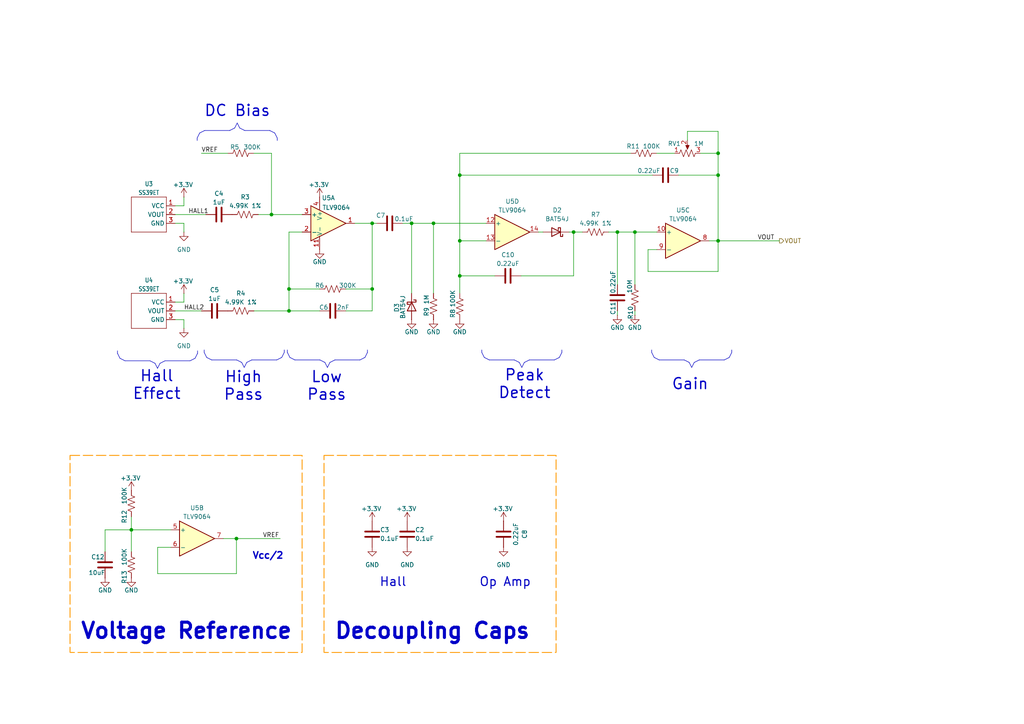
<source format=kicad_sch>
(kicad_sch (version 20250114) (generator "eeschema") (generator_version "9.0")
  (paper "A4")
  (lib_symbols
    (symbol "Amplifier_Operational:TLV9064" (pin_names (offset 0.127))
      (property "Reference" "U" (at 0 5.08 0))
      (property "Value" "TLV9064" (at 0 -5.08 0))
      (symbol "TLV9064_1_1"
        (polyline (pts (xy -5.08 5.08) (xy 5.08 0) (xy -5.08 -5.08) (xy -5.08 5.08)) (stroke (width 0.254)) (fill (type background)))
        (pin input line (at -7.62 2.54 0) (length 2.54) (name "+") (number "3"))
        (pin input line (at -7.62 -2.54 0) (length 2.54) (name "-") (number "2"))
        (pin output line (at 7.62 0 180) (length 2.54) (name "~") (number "1"))
      )
      (symbol "TLV9064_2_1"
        (polyline (pts (xy -5.08 5.08) (xy 5.08 0) (xy -5.08 -5.08) (xy -5.08 5.08)) (stroke (width 0.254)) (fill (type background)))
        (pin input line (at -7.62 2.54 0) (length 2.54) (name "+") (number "5"))
        (pin input line (at -7.62 -2.54 0) (length 2.54) (name "-") (number "6"))
        (pin output line (at 7.62 0 180) (length 2.54) (name "~") (number "7"))
      )
      (symbol "TLV9064_3_1"
        (polyline (pts (xy -5.08 5.08) (xy 5.08 0) (xy -5.08 -5.08) (xy -5.08 5.08)) (stroke (width 0.254)) (fill (type background)))
        (pin input line (at -7.62 2.54 0) (length 2.54) (name "+") (number "10"))
        (pin input line (at -7.62 -2.54 0) (length 2.54) (name "-") (number "9"))
        (pin output line (at 7.62 0 180) (length 2.54) (name "~") (number "8"))
      )
      (symbol "TLV9064_4_1"
        (polyline (pts (xy -5.08 5.08) (xy 5.08 0) (xy -5.08 -5.08) (xy -5.08 5.08)) (stroke (width 0.254)) (fill (type background)))
        (pin input line (at -7.62 2.54 0) (length 2.54) (name "+") (number "12"))
        (pin input line (at -7.62 -2.54 0) (length 2.54) (name "-") (number "13"))
        (pin output line (at 7.62 0 180) (length 2.54) (name "~") (number "14"))
      )
      (symbol "TLV9064_5_1"
        (pin power_in line (at -2.54 7.62 270) (length 3.81) (name "V+") (number "4"))
        (pin power_in line (at -2.54 -7.62 90) (length 3.81) (name "V-") (number "11"))
      )
    )
    (symbol "CRG Makes:A1324"
      (property "Reference" "U" (at 0 6.3516 0))
      (symbol "A1324_1_0"
        (polyline (pts (xy -5.08 5.08) (xy -5.08 -5.08)) (stroke (width 0.1524)))
        (polyline (pts (xy -5.08 -5.08) (xy 5.08 -5.08)) (stroke (width 0.1524)))
        (polyline (pts (xy 5.08 5.08) (xy -5.08 5.08)) (stroke (width 0.1524)))
        (polyline (pts (xy 5.08 -5.08) (xy 5.08 5.08)) (stroke (width 0.1524)))
        (pin power_in line (at 7.62 2.54 180) (length 2.54) (name "VCC") (number "1"))
        (pin output line (at 7.62 0 180) (length 2.54) (name "VOUT") (number "2"))
        (pin passive line (at 7.62 -2.54 180) (length 2.54) (name "GND") (number "3"))
      )
    )
    (symbol "Device:C" (pin_numbers (hide yes)) (pin_names (offset 0.254))
      (property "Reference" "C" (at 0.635 2.54 0))
      (property "Value" "C" (at 0.635 -2.54 0))
      (symbol "C_0_1"
        (polyline (pts (xy -2.032 0.762) (xy 2.032 0.762)) (stroke (width 0.508)))
        (polyline (pts (xy -2.032 -0.762) (xy 2.032 -0.762)) (stroke (width 0.508)))
      )
      (symbol "C_1_1"
        (pin passive line (at 0 3.81 270) (length 2.794) (name "~") (number "1"))
        (pin passive line (at 0 -3.81 90) (length 2.794) (name "~") (number "2"))
      )
    )
    (symbol "Device:R_Potentiometer_US" (pin_names (offset 1.016) (hide yes))
      (property "Reference" "RV" (at -4.445 0 90))
      (property "Value" "R_Potentiometer_US" (at -2.54 0 90))
      (symbol "R_Potentiometer_US_0_1"
        (polyline (pts (xy 0 2.54) (xy 0 2.286)))
        (polyline (pts (xy 0 2.286) (xy 1.016 1.905) (xy 0 1.524) (xy -1.016 1.143) (xy 0 0.762)))
        (polyline (pts (xy 0 0.762) (xy 1.016 0.381) (xy 0 0) (xy -1.016 -0.381) (xy 0 -0.762)))
        (polyline (pts (xy 0 -0.762) (xy 1.016 -1.143) (xy 0 -1.524) (xy -1.016 -1.905) (xy 0 -2.286)))
        (polyline (pts (xy 0 -2.286) (xy 0 -2.54)))
        (polyline (pts (xy 1.143 0) (xy 2.286 0.508) (xy 2.286 -0.508) (xy 1.143 0)) (fill (type outline)))
        (polyline (pts (xy 2.54 0) (xy 1.524 0)))
      )
      (symbol "R_Potentiometer_US_1_1"
        (pin passive line (at 0 3.81 270) (length 1.27) (name "1") (number "1"))
        (pin passive line (at 0 -3.81 90) (length 1.27) (name "3") (number "3"))
        (pin passive line (at 3.81 0 180) (length 1.27) (name "2") (number "2"))
      )
    )
    (symbol "Device:R_US" (pin_numbers (hide yes)) (pin_names (offset 0))
      (property "Reference" "R" (at 2.54 0 90))
      (property "Value" "R_US" (at -2.54 0 90))
      (symbol "R_US_0_1"
        (polyline (pts (xy 0 2.286) (xy 0 2.54)))
        (polyline (pts (xy 0 2.286) (xy 1.016 1.905) (xy 0 1.524) (xy -1.016 1.143) (xy 0 0.762)))
        (polyline (pts (xy 0 0.762) (xy 1.016 0.381) (xy 0 0) (xy -1.016 -0.381) (xy 0 -0.762)))
        (polyline (pts (xy 0 -0.762) (xy 1.016 -1.143) (xy 0 -1.524) (xy -1.016 -1.905) (xy 0 -2.286)))
        (polyline (pts (xy 0 -2.286) (xy 0 -2.54)))
      )
      (symbol "R_US_1_1"
        (pin passive line (at 0 3.81 270) (length 1.27) (name "~") (number "1"))
        (pin passive line (at 0 -3.81 90) (length 1.27) (name "~") (number "2"))
      )
    )
    (symbol "Diode:BAT54J" (pin_numbers (hide yes)) (pin_names (offset 1.016) (hide yes))
      (property "Reference" "D" (at 0 2.54 0))
      (property "Value" "BAT54J" (at 0 -2.54 0))
      (symbol "BAT54J_0_1"
        (polyline (pts (xy -1.905 0.635) (xy -1.905 1.27) (xy -1.27 1.27) (xy -1.27 -1.27) (xy -0.635 -1.27) (xy -0.635 -0.635)) (stroke (width 0.254)))
        (polyline (pts (xy 1.27 1.27) (xy 1.27 -1.27) (xy -1.27 0) (xy 1.27 1.27)) (stroke (width 0.254)))
        (polyline (pts (xy 1.27 0) (xy -1.27 0)))
      )
      (symbol "BAT54J_1_1"
        (pin passive line (at -3.81 0 0) (length 2.54) (name "K") (number "1"))
        (pin passive line (at 3.81 0 180) (length 2.54) (name "A") (number "2"))
      )
    )
    (symbol "power:+3.3V" (power) (pin_numbers (hide yes)) (pin_names (offset 0) (hide yes))
      (property "Value" "+3.3V" (at 0 3.556 0))
      (symbol "+3.3V_0_1"
        (polyline (pts (xy -0.762 1.27) (xy 0 2.54)))
        (polyline (pts (xy 0 2.54) (xy 0.762 1.27)))
        (polyline (pts (xy 0 0) (xy 0 2.54)))
      )
      (symbol "+3.3V_1_1"
        (pin power_in line (at 0 0 90) (length 0) (name "~") (number "1"))
      )
    )
    (symbol "power:GND" (power) (pin_numbers (hide yes)) (pin_names (offset 0) (hide yes))
      (property "Value" "GND" (at 0 -3.81 0))
      (symbol "GND_0_1"
        (polyline (pts (xy 0 0) (xy 0 -1.27) (xy 1.27 -1.27) (xy 0 -2.54) (xy -1.27 -1.27) (xy 0 -1.27)))
      )
      (symbol "GND_1_1"
        (pin power_in line (at 0 0 270) (length 0) (name "~") (number "1"))
      )
    )
  )
  (rectangle (start 93.98 132.08) (end 161.29 189.23) (stroke (width 0.254) (type dash) (color 255 153 0 1)))
  (rectangle (start 20.32 132.08) (end 87.63 189.23) (stroke (width 0.254) (type dash) (color 255 153 0 1)))
  (text "High\nPass" (at 70.612 112.014 0) (effects (font (size 3.175 3.175) (thickness 0.3969))))
  (text "Hall\nEffect" (at 45.466 111.76 0) (effects (font (size 3.175 3.175) (thickness 0.3969))))
  (text "}" (at 67.564 38.1 90) (effects (font (size 15.24 15.24))))
  (text "DC Bias" (at 68.834 32.258 0) (effects (font (size 3.175 3.175) (thickness 0.3969))))
  (text "{" (at 44.45 104.902 90) (effects (font (size 15.24 15.24))))
  (text "{" (at 150.114 104.648 90) (effects (font (size 15.24 15.24))))
  (text "Gain" (at 200.152 111.506 0) (effects (font (size 3.175 3.175) (thickness 0.3969))))
  (text "Low\nPass" (at 94.742 112.014 0) (effects (font (size 3.175 3.175) (thickness 0.3969))))
  (text "Op Amp" (at 138.938 168.91 0) (effects (font (size 2.54 2.54) (thickness 0.3175)) (justify left)))
  (text "{" (at 93.726 104.648 90) (effects (font (size 15.24 15.24))))
  (text "{" (at 69.596 104.648 90) (effects (font (size 15.24 15.24))))
  (text "{" (at 199.39 104.648 90) (effects (font (size 15.24 15.24))))
  (text "Vcc/2" (at 77.724 161.29 0) (effects (font (size 1.905 1.905) (thickness 0.3969))))
  (text "Decoupling Caps" (at 96.774 183.134 0) (effects (font (size 4.445 4.445) (thickness 0.889) (bold yes)) (justify left)))
  (text "Voltage Reference" (at 23.114 183.134 0) (effects (font (size 4.445 4.445) (thickness 0.889) (bold yes)) (justify left)))
  (text "Peak\nDetect" (at 152.146 111.506 0) (effects (font (size 3.175 3.175) (thickness 0.3969))))
  (text "Hall" (at 109.982 168.91 0) (effects (font (size 2.54 2.54) (thickness 0.3175)) (justify left)))
  (junction (at 125.73 64.77))
  (junction (at 119.38 64.77))
  (junction (at 208.28 69.85))
  (junction (at 179.07 67.31))
  (junction (at 38.1 153.67))
  (junction (at 184.15 67.31))
  (junction (at 83.82 83.82))
  (junction (at 83.82 90.17))
  (junction (at 133.35 69.85))
  (junction (at 107.95 64.77))
  (junction (at 78.74 62.23))
  (junction (at 133.35 80.01))
  (junction (at 166.37 67.31))
  (junction (at 133.35 50.8))
  (junction (at 107.95 83.82))
  (junction (at 68.58 156.21))
  (junction (at 208.28 44.45))
  (junction (at 208.28 50.8))
  (wire (pts (xy 107.95 83.82) (xy 107.95 64.77)))
  (wire (pts (xy 133.35 69.85) (xy 140.97 69.85)))
  (wire (pts (xy 133.35 44.45) (xy 133.35 50.8)))
  (wire (pts (xy 83.82 83.82) (xy 83.82 90.17)))
  (wire (pts (xy 50.8 90.17) (xy 58.42 90.17)))
  (wire (pts (xy 116.84 64.77) (xy 119.38 64.77)))
  (wire (pts (xy 50.8 59.69) (xy 53.34 59.69)))
  (wire (pts (xy 38.1 153.67) (xy 38.1 160.02)))
  (wire (pts (xy 83.82 67.31) (xy 87.63 67.31)))
  (wire (pts (xy 125.73 64.77) (xy 140.97 64.77)))
  (wire (pts (xy 50.8 87.63) (xy 53.34 87.63)))
  (wire (pts (xy 179.07 67.31) (xy 179.07 82.55)))
  (wire (pts (xy 49.53 153.67) (xy 38.1 153.67)))
  (wire (pts (xy 168.91 67.31) (xy 166.37 67.31)))
  (wire (pts (xy 53.34 92.71) (xy 53.34 95.25)))
  (wire (pts (xy 176.53 67.31) (xy 179.07 67.31)))
  (wire (pts (xy 179.07 67.31) (xy 184.15 67.31)))
  (wire (pts (xy 102.87 64.77) (xy 107.95 64.77)))
  (wire (pts (xy 208.28 78.74) (xy 208.28 69.85)))
  (wire (pts (xy 53.34 64.77) (xy 53.34 67.31)))
  (wire (pts (xy 151.13 80.01) (xy 166.37 80.01)))
  (wire (pts (xy 184.15 67.31) (xy 184.15 82.55)))
  (wire (pts (xy 107.95 64.77) (xy 109.22 64.77)))
  (wire (pts (xy 83.82 67.31) (xy 83.82 83.82)))
  (wire (pts (xy 119.38 64.77) (xy 125.73 64.77)))
  (wire (pts (xy 45.72 166.37) (xy 68.58 166.37)))
  (wire (pts (xy 190.5 72.39) (xy 187.96 72.39)))
  (wire (pts (xy 133.35 50.8) (xy 133.35 69.85)))
  (wire (pts (xy 64.77 156.21) (xy 68.58 156.21)))
  (wire (pts (xy 196.85 50.8) (xy 208.28 50.8)))
  (wire (pts (xy 199.39 40.64) (xy 199.39 38.1)))
  (wire (pts (xy 208.28 38.1) (xy 208.28 44.45)))
  (wire (pts (xy 107.95 83.82) (xy 107.95 90.17)))
  (wire (pts (xy 190.5 44.45) (xy 195.58 44.45)))
  (wire (pts (xy 187.96 72.39) (xy 187.96 78.74)))
  (wire (pts (xy 100.33 90.17) (xy 107.95 90.17)))
  (wire (pts (xy 78.74 44.45) (xy 78.74 62.23)))
  (wire (pts (xy 100.33 83.82) (xy 107.95 83.82)))
  (wire (pts (xy 73.66 90.17) (xy 83.82 90.17)))
  (wire (pts (xy 166.37 67.31) (xy 166.37 80.01)))
  (wire (pts (xy 78.74 62.23) (xy 87.63 62.23)))
  (wire (pts (xy 74.93 62.23) (xy 78.74 62.23)))
  (wire (pts (xy 30.48 153.67) (xy 38.1 153.67)))
  (wire (pts (xy 38.1 149.86) (xy 38.1 153.67)))
  (wire (pts (xy 119.38 64.77) (xy 119.38 85.09)))
  (wire (pts (xy 133.35 69.85) (xy 133.35 80.01)))
  (wire (pts (xy 133.35 80.01) (xy 143.51 80.01)))
  (wire (pts (xy 53.34 87.63) (xy 53.34 85.09)))
  (wire (pts (xy 53.34 59.69) (xy 53.34 57.15)))
  (wire (pts (xy 83.82 83.82) (xy 92.71 83.82)))
  (wire (pts (xy 68.58 156.21) (xy 81.28 156.21)))
  (wire (pts (xy 184.15 91.44) (xy 184.15 90.17)))
  (wire (pts (xy 208.28 44.45) (xy 208.28 50.8)))
  (wire (pts (xy 205.74 69.85) (xy 208.28 69.85)))
  (wire (pts (xy 179.07 90.17) (xy 179.07 91.44)))
  (wire (pts (xy 45.72 158.75) (xy 45.72 166.37)))
  (wire (pts (xy 184.15 67.31) (xy 190.5 67.31)))
  (wire (pts (xy 165.1 67.31) (xy 166.37 67.31)))
  (wire (pts (xy 68.58 156.21) (xy 68.58 166.37)))
  (wire (pts (xy 50.8 92.71) (xy 53.34 92.71)))
  (wire (pts (xy 199.39 38.1) (xy 208.28 38.1)))
  (wire (pts (xy 73.66 44.45) (xy 78.74 44.45)))
  (wire (pts (xy 156.21 67.31) (xy 157.48 67.31)))
  (wire (pts (xy 50.8 64.77) (xy 53.34 64.77)))
  (wire (pts (xy 50.8 62.23) (xy 59.69 62.23)))
  (wire (pts (xy 125.73 64.77) (xy 125.73 85.09)))
  (wire (pts (xy 208.28 69.85) (xy 226.06 69.85)))
  (wire (pts (xy 189.23 50.8) (xy 133.35 50.8)))
  (wire (pts (xy 30.48 160.02) (xy 30.48 153.67)))
  (wire (pts (xy 133.35 80.01) (xy 133.35 85.09)))
  (wire (pts (xy 133.35 44.45) (xy 182.88 44.45)))
  (wire (pts (xy 58.42 44.45) (xy 66.04 44.45)))
  (wire (pts (xy 92.71 90.17) (xy 83.82 90.17)))
  (wire (pts (xy 203.2 44.45) (xy 208.28 44.45)))
  (wire (pts (xy 208.28 50.8) (xy 208.28 69.85)))
  (wire (pts (xy 49.53 158.75) (xy 45.72 158.75)))
  (wire (pts (xy 187.96 78.74) (xy 208.28 78.74)))
  (label "VREF" (at 76.2 156.21 0))
  (label "HALL2" (at 53.34 90.17 0))
  (label "VREF" (at 58.42 44.45 0))
  (label "VOUT" (at 219.71 69.85 0))
  (label "HALL1" (at 54.61 62.23 0))
  (hierarchical_label "VOUT" (shape output) (at 226.06 69.85 0))
  (symbol (lib_id "Device:C") (at 113.03 64.77 90) (unit 1)
    (property "Reference" "C7" (at 111.76 62.484 90) (effects (justify left)))
    (property "Value" "0.1uF" (at 119.888 63.5 90) (effects (justify left)))
    (property "Footprint" "Capacitor_SMD:C_0603_1608Metric" (effects (hide yes)))
    (property "Description" "16V 100nF X7R ±10% 0603 Multilayer Ceramic Capacitors MLCC" (effects (hide yes)))
    (property "MN" "Samsung" (effects (hide yes)))
    (property "MPN" "CL10B104KO8NNNC" (effects (hide yes)))
    (property "LCSC" "C66501" (effects (hide yes)))
  )
  (symbol (lib_id "power:+3.3V") (at 92.71 57.15 0) (unit 1)
    (property "Reference" "#PWR031" (effects (hide yes)))
    (property "Value" "+3.3V" (at 92.456 53.594 0))
    (property "Description" "Power symbol creates a global label with name \"+3.3V\"" (effects (hide yes)))
  )
  (symbol (lib_id "Device:C") (at 62.23 90.17 90) (unit 1)
    (property "Reference" "C5" (at 62.23 84.074 90))
    (property "Value" "1uF" (at 62.23 86.614 90))
    (property "Footprint" "Capacitor_SMD:C_0603_1608Metric" (effects (hide yes)))
    (property "Description" "16V 1uF X7R ±10% 0603 Multilayer Ceramic Capacitors MLCC" (effects (hide yes)))
    (property "MN" "HRE" (effects (hide yes)))
    (property "MPN" "CGA0603X5R105K160JT" (effects (hide yes)))
    (property "ALT_MN" "Samsung" (effects (hide yes)))
    (property "ALT_MPN" "CL10B105KO8NNNC" (effects (hide yes)))
    (property "Digikey" "1276-1019-2-ND " (effects (hide yes)))
    (property "Mouser" "187-CL10B105KO8NNNC" (effects (hide yes)))
    (property "LCSC" "C6119849" (effects (hide yes)))
  )
  (symbol (lib_id "Amplifier_Operational:TLV9064") (at 148.59 67.31 0) (unit 4)
    (property "Reference" "U5" (at 148.59 58.42 0))
    (property "Value" "TLV9064" (at 148.59 60.96 0))
    (property "Footprint" "Package_SO:SOIC-14_3.9x8.7mm_P1.27mm" (effects (hide yes)))
    (property "Datasheet" "https://www.ti.com/lit/ds/symlink/tlv9064.pdf" (effects (hide yes)))
    (property "Description" "Quad Rail-to-Rail, Operational Amplifiers, 10MHz, SOIC-14/TSSOP-14" (effects (hide yes)))
    (property "MN" "TI" (effects (hide yes)))
    (property "MPN" "TLV9064IDR" (effects (hide yes)))
    (property "Mouser" "595-TLV9064IDR" (effects (hide yes)))
    (property "Digikey" "296-47549-2-ND" (effects (hide yes)))
    (property "LCSC" "C388176" (effects (hide yes)))
  )
  (symbol (lib_id "CRG Makes:A1324") (at 43.18 62.23 0) (unit 1)
    (property "Reference" "U3" (at 43.18 53.34 0) (effects (font (size 1.2702 1.0796))))
    (property "Value" "SS39ET" (at 43.18 55.88 0) (effects (font (size 1.2717 1.0809))))
    (property "Footprint" "Package_TO_SOT_SMD:SOT-23" (effects (hide yes)))
    (property "Datasheet" "https://www.mouser.com/datasheet/2/187/HWSC_S_A0012826248_1-3073340.pdf" (effects (hide yes)))
    (property "Description" "SENSOR HALL EFFECT ANALOG SOT23" (effects (hide yes)))
    (property "MN" "Honeywell" (effects (hide yes)))
    (property "MPN" "SS39ET" (effects (hide yes)))
    (property "Mouser" "785-SS39ET" (effects (hide yes)))
    (property "Digikey" "480-3845-2-ND" (effects (hide yes)))
    (property "LCSC" "C126669" (effects (hide yes)))
  )
  (symbol (lib_id "Device:R_US") (at 38.1 163.83 0) (unit 1)
    (property "Reference" "R13" (at 36.068 167.386 90))
    (property "Value" "100K" (at 36.068 161.544 90))
    (property "Footprint" "Resistor_SMD:R_0603_1608Metric" (effects (hide yes)))
    (property "Description" "100mW Thick Film Resistors 75V ±100ppm/℃ ±1% 100kΩ 0603 Chip Resistor" (effects (hide yes)))
    (property "MPN" "FRC0603F1003TS" (effects (hide yes)))
    (property "MN" "FOJAN" (effects (hide yes)))
    (property "LCSC" "C2906980" (effects (hide yes)))
    (property "ALT_LCSC" "C3016388" (effects (hide yes)))
  )
  (symbol (lib_id "power:GND") (at 92.71 72.39 0) (unit 1)
    (property "Reference" "#PWR022" (effects (hide yes)))
    (property "Value" "GND" (at 92.71 75.946 0))
    (property "Description" "Power symbol creates a global label with name \"GND\" , ground" (effects (hide yes)))
  )
  (symbol (lib_id "Diode:BAT54J") (at 119.38 88.9 270) (unit 1)
    (property "Reference" "D3" (at 115.062 87.884 0) (effects (justify left)))
    (property "Value" "BAT54J" (at 116.84 85.598 0) (effects (justify left)))
    (property "Footprint" "Diode_SMD:D_SOD-323F" (effects (hide yes)))
    (property "Datasheet" "https://assets.nexperia.com/documents/data-sheet/BAT54J.pdf" (effects (hide yes)))
    (property "Description" "30V 200mA Schottky diode, SOD-323F" (effects (hide yes)))
    (property "MN" "Nexperia" (effects (hide yes)))
    (property "MPN" "BAT54J,115" (effects (hide yes)))
    (property "Mouser" "771-BAT54J115" (effects (hide yes)))
    (property "Digikey" "1727-4818-2-ND" (effects (hide yes)))
    (property "LCSC" "C130415" (effects (hide yes)))
    (property "ALT_LCSC" "C358488" (effects (hide yes)))
  )
  (symbol (lib_id "Amplifier_Operational:TLV9064") (at 57.15 156.21 0) (unit 2)
    (property "Reference" "U5" (at 57.15 147.32 0))
    (property "Value" "TLV9064" (at 57.15 149.86 0))
    (property "Footprint" "Package_SO:SOIC-14_3.9x8.7mm_P1.27mm" (effects (hide yes)))
    (property "Datasheet" "https://www.ti.com/lit/ds/symlink/tlv9064.pdf" (effects (hide yes)))
    (property "Description" "Quad Rail-to-Rail, Operational Amplifiers, 10MHz, SOIC-14/TSSOP-14" (effects (hide yes)))
    (property "MN" "TI" (effects (hide yes)))
    (property "MPN" "TLV9064IDR" (effects (hide yes)))
    (property "Mouser" "595-TLV9064IDR" (effects (hide yes)))
    (property "Digikey" "296-47549-2-ND" (effects (hide yes)))
    (property "LCSC" "C388176" (effects (hide yes)))
  )
  (symbol (lib_id "Device:R_Potentiometer_US") (at 199.39 44.45 90) (unit 1)
    (property "Reference" "RV1" (at 195.58 41.656 90))
    (property "Value" "1M" (at 202.692 41.656 90))
    (property "Footprint" "Potentiometer_SMD:Potentiometer_Bourns_TC33X_Vertical" (effects (hide yes)))
    (property "Description" "±25% ±250ppm/℃ 100mW 1MΩ SMD-3P,3.8x3.6mm Potentiometers" (effects (hide yes)))
    (property "MN" " BOURNS" (effects (hide yes)))
    (property "MPN" "TC33X-2-105E" (effects (hide yes)))
    (property "Mouser" "652-TC33X-2-105E" (effects (hide yes)))
    (property "Digikey" "TC33X-2-105ETR-ND" (effects (hide yes)))
    (property "LCSC" "C5362465" (effects (hide yes)))
  )
  (symbol (lib_id "Device:C") (at 147.32 80.01 90) (unit 1)
    (property "Reference" "C10" (at 147.32 73.914 90))
    (property "Value" "0.22uF" (at 147.32 76.454 90))
    (property "Footprint" "Capacitor_SMD:C_0603_1608Metric" (effects (hide yes)))
    (property "Description" "50V 220nF X7R ±10% 0603 Multilayer Ceramic Capacitors MLCC" (effects (hide yes)))
    (property "MN" "CCTC" (effects (hide yes)))
    (property "MPN" "TCC0603Y5V224M500CT" (effects (hide yes)))
    (property "ALT_MN" "Samsung" (effects (hide yes)))
    (property "ALT_MPN" "CL10B224KO8NNNC" (effects (hide yes)))
    (property "LCSC" "C713509" (effects (hide yes)))
  )
  (symbol (lib_id "Device:C") (at 107.95 154.94 0) (unit 1)
    (property "Reference" "C3" (at 110.236 153.67 0) (effects (justify left)))
    (property "Value" "0.1uF" (at 110.236 156.21 0) (effects (justify left)))
    (property "Footprint" "Capacitor_SMD:C_0603_1608Metric" (effects (hide yes)))
    (property "Description" "16V 100nF X7R ±10% 0603 Multilayer Ceramic Capacitors MLCC" (effects (hide yes)))
    (property "MN" "Samsung" (effects (hide yes)))
    (property "MPN" "CL10B104KO8NNNC" (effects (hide yes)))
    (property "LCSC" "C66501" (effects (hide yes)))
  )
  (symbol (lib_id "power:+3.3V") (at 118.11 151.13 0) (unit 1)
    (property "Reference" "#PWR034" (effects (hide yes)))
    (property "Value" "+3.3V" (at 117.856 147.574 0))
    (property "Description" "Power symbol creates a global label with name \"+3.3V\"" (effects (hide yes)))
  )
  (symbol (lib_id "Diode:BAT54J") (at 161.29 67.31 180) (unit 1)
    (property "Reference" "D2" (at 161.6075 60.96 0))
    (property "Value" "BAT54J" (at 161.6075 63.5 0))
    (property "Footprint" "Diode_SMD:D_SOD-323F" (effects (hide yes)))
    (property "Datasheet" "https://assets.nexperia.com/documents/data-sheet/BAT54J.pdf" (effects (hide yes)))
    (property "Description" "30V 200mA Schottky diode, SOD-323F" (effects (hide yes)))
    (property "MN" "Nexperia" (effects (hide yes)))
    (property "MPN" "BAT54J,115" (effects (hide yes)))
    (property "Mouser" "771-BAT54J115" (effects (hide yes)))
    (property "Digikey" "1727-4818-2-ND" (effects (hide yes)))
    (property "LCSC" "C130415" (effects (hide yes)))
    (property "ALT_LCSC" "C358488" (effects (hide yes)))
  )
  (symbol (lib_id "Device:R_US") (at 71.12 62.23 270) (unit 1)
    (property "Reference" "R3" (at 71.12 57.15 90))
    (property "Value" "4.99K 1%" (at 71.12 59.69 90))
    (property "Footprint" "Resistor_SMD:R_0603_1608Metric" (effects (hide yes)))
    (property "Description" "100mW Thick Film Resistors 75V ±100ppm/℃ ±1% 4.99kΩ 0603 Chip Resistor" (effects (hide yes)))
    (property "MPN" "RTT034991FTP" (effects (hide yes)))
    (property "MN" "RALEC" (effects (hide yes)))
    (property "LCSC" "C103676" (effects (hide yes)))
    (property "ALT_LCSC" "C163916" (effects (hide yes)))
  )
  (symbol (lib_id "power:GND") (at 184.15 91.44 0) (unit 1)
    (property "Reference" "#PWR023" (effects (hide yes)))
    (property "Value" "GND" (at 184.15 94.996 0))
    (property "Description" "Power symbol creates a global label with name \"GND\" , ground" (effects (hide yes)))
  )
  (symbol (lib_id "power:GND") (at 107.95 158.75 0) (unit 1)
    (property "Reference" "#PWR016" (effects (hide yes)))
    (property "Value" "GND" (at 107.95 163.83 0))
    (property "Description" "Power symbol creates a global label with name \"GND\" , ground" (effects (hide yes)))
  )
  (symbol (lib_id "power:GND") (at 133.35 92.71 0) (unit 1)
    (property "Reference" "#PWR028" (effects (hide yes)))
    (property "Value" "GND" (at 133.35 96.266 0))
    (property "Description" "Power symbol creates a global label with name \"GND\" , ground" (effects (hide yes)))
  )
  (symbol (lib_id "power:+3.3V") (at 53.34 57.15 0) (unit 1)
    (property "Reference" "#PWR027" (effects (hide yes)))
    (property "Value" "+3.3V" (at 53.086 53.594 0))
    (property "Description" "Power symbol creates a global label with name \"+3.3V\"" (effects (hide yes)))
  )
  (symbol (lib_id "power:GND") (at 53.34 67.31 0) (unit 1)
    (property "Reference" "#PWR09" (effects (hide yes)))
    (property "Value" "GND" (at 53.34 72.39 0))
    (property "Description" "Power symbol creates a global label with name \"GND\" , ground" (effects (hide yes)))
  )
  (symbol (lib_id "Device:C") (at 179.07 86.36 180) (unit 1)
    (property "Reference" "C11" (at 177.8 89.408 90))
    (property "Value" "0.22uF" (at 177.8 81.788 90))
    (property "Footprint" "Capacitor_SMD:C_0603_1608Metric" (effects (hide yes)))
    (property "Description" "50V 220nF X7R ±10% 0603 Multilayer Ceramic Capacitors MLCC" (effects (hide yes)))
    (property "MN" "CCTC" (effects (hide yes)))
    (property "MPN" "TCC0603Y5V224M500CT" (effects (hide yes)))
    (property "ALT_MN" "Samsung" (effects (hide yes)))
    (property "ALT_MPN" "CL10B224KO8NNNC" (effects (hide yes)))
    (property "LCSC" "C713509" (effects (hide yes)))
  )
  (symbol (lib_id "power:GND") (at 53.34 95.25 0) (unit 1)
    (property "Reference" "#PWR018" (effects (hide yes)))
    (property "Value" "GND" (at 53.34 100.33 0))
    (property "Description" "Power symbol creates a global label with name \"GND\" , ground" (effects (hide yes)))
  )
  (symbol (lib_id "Device:R_US") (at 38.1 146.05 0) (unit 1)
    (property "Reference" "R12" (at 36.068 149.86 90))
    (property "Value" "100K" (at 36.068 143.764 90))
    (property "Footprint" "Resistor_SMD:R_0603_1608Metric" (effects (hide yes)))
    (property "Description" "100mW Thick Film Resistors 75V ±100ppm/℃ ±1% 100kΩ 0603 Chip Resistor" (effects (hide yes)))
    (property "MPN" "FRC0603F1003TS" (effects (hide yes)))
    (property "MN" "FOJAN" (effects (hide yes)))
    (property "LCSC" "C2906980" (effects (hide yes)))
    (property "ALT_LCSC" "C3016388" (effects (hide yes)))
  )
  (symbol (lib_id "Device:R_US") (at 69.85 90.17 270) (unit 1)
    (property "Reference" "R4" (at 69.85 85.09 90))
    (property "Value" "4.99K 1%" (at 69.85 87.63 90))
    (property "Footprint" "Resistor_SMD:R_0603_1608Metric" (effects (hide yes)))
    (property "Description" "100mW Thick Film Resistors 75V ±100ppm/℃ ±1% 4.99kΩ 0603 Chip Resistor" (effects (hide yes)))
    (property "MPN" "RTT034991FTP" (effects (hide yes)))
    (property "MN" "RALEC" (effects (hide yes)))
    (property "LCSC" "C103676" (effects (hide yes)))
    (property "ALT_LCSC" "C163916" (effects (hide yes)))
  )
  (symbol (lib_id "Device:R_US") (at 184.15 86.36 0) (unit 1)
    (property "Reference" "R10" (at 182.88 90.678 90))
    (property "Value" "10M" (at 182.626 83.058 90))
    (property "Footprint" "Resistor_SMD:R_0603_1608Metric" (effects (hide yes)))
    (property "Description" "100mW Thick Film Resistors 75V ±100ppm/℃ ±5% 10MΩ 0603 Chip Resistor" (effects (hide yes)))
    (property "MPN" "FRC0603J106 TS" (effects (hide yes)))
    (property "MN" "FOJAN" (effects (hide yes)))
    (property "LCSC" "C2907090" (effects (hide yes)))
    (property "ALT_LCSC" "C3016110" (effects (hide yes)))
    (property "ALT_LCSC_2" "C103217" (effects (hide yes)))
  )
  (symbol (lib_id "Amplifier_Operational:TLV9064") (at 198.12 69.85 0) (unit 3)
    (property "Reference" "U5" (at 198.12 60.96 0))
    (property "Value" "TLV9064" (at 198.12 63.5 0))
    (property "Footprint" "Package_SO:SOIC-14_3.9x8.7mm_P1.27mm" (effects (hide yes)))
    (property "Datasheet" "https://www.ti.com/lit/ds/symlink/tlv9064.pdf" (effects (hide yes)))
    (property "Description" "Quad Rail-to-Rail, Operational Amplifiers, 10MHz, SOIC-14/TSSOP-14" (effects (hide yes)))
    (property "MN" "TI" (effects (hide yes)))
    (property "MPN" "TLV9064IDR" (effects (hide yes)))
    (property "Mouser" "595-TLV9064IDR" (effects (hide yes)))
    (property "Digikey" "296-47549-2-ND" (effects (hide yes)))
    (property "LCSC" "C388176" (effects (hide yes)))
  )
  (symbol (lib_id "power:GND") (at 38.1 167.64 0) (unit 1)
    (property "Reference" "#PWR025" (effects (hide yes)))
    (property "Value" "GND" (at 38.1 171.196 0))
    (property "Description" "Power symbol creates a global label with name \"GND\" , ground" (effects (hide yes)))
  )
  (symbol (lib_id "Device:C") (at 96.52 90.17 90) (unit 1)
    (property "Reference" "C6" (at 95.25 89.154 90) (effects (justify left)))
    (property "Value" "2nF" (at 101.346 89.154 90) (effects (justify left)))
    (property "Footprint" "Capacitor_SMD:C_0603_1608Metric" (effects (hide yes)))
    (property "Description" "50V 2nF X7R ±10% 0603 Multilayer Ceramic Capacitors MLCC" (effects (hide yes)))
    (property "MN" " YAGEO" (effects (hide yes)))
    (property "MPN" "CC0603KRX7R9BB202" (effects (hide yes)))
    (property "LCSC" "C282245" (effects (hide yes)))
  )
  (symbol (lib_id "Device:C") (at 118.11 154.94 0) (unit 1)
    (property "Reference" "C2" (at 120.396 153.67 0) (effects (justify left)))
    (property "Value" "0.1uF" (at 120.396 156.21 0) (effects (justify left)))
    (property "Footprint" "Capacitor_SMD:C_0603_1608Metric" (effects (hide yes)))
    (property "Description" "16V 100nF X7R ±10% 0603 Multilayer Ceramic Capacitors MLCC" (effects (hide yes)))
    (property "MN" "Samsung" (effects (hide yes)))
    (property "MPN" "CL10B104KO8NNNC" (effects (hide yes)))
    (property "LCSC" "C66501" (effects (hide yes)))
  )
  (symbol (lib_id "Device:C") (at 30.48 163.83 0) (unit 1)
    (property "Reference" "C12" (at 26.416 161.544 0) (effects (justify left)))
    (property "Value" "10uF" (at 25.654 166.116 0) (effects (justify left)))
    (property "Footprint" "Capacitor_SMD:C_0603_1608Metric" (effects (hide yes)))
    (property "Description" "16V 10uF X5R ±20% 0603 Multilayer Ceramic Capacitors MLCC" (effects (hide yes)))
    (property "MN" "Samsung" (effects (hide yes)))
    (property "MPN" "CL10A106MO8NQNC" (effects (hide yes)))
    (property "LCSC" "C92487" (effects (hide yes)))
  )
  (symbol (lib_id "CRG Makes:A1324") (at 43.18 90.17 0) (unit 1)
    (property "Reference" "U4" (at 43.18 81.28 0) (effects (font (size 1.2702 1.0796))))
    (property "Value" "SS39ET" (at 43.18 83.82 0) (effects (font (size 1.2717 1.0809))))
    (property "Footprint" "Package_TO_SOT_SMD:SOT-23" (effects (hide yes)))
    (property "Datasheet" "https://www.mouser.com/datasheet/2/187/HWSC_S_A0012826248_1-3073340.pdf" (effects (hide yes)))
    (property "Description" "SENSOR HALL EFFECT ANALOG SOT23" (effects (hide yes)))
    (property "MN" "Honeywell" (effects (hide yes)))
    (property "MPN" "SS39ET" (effects (hide yes)))
    (property "Mouser" "785-SS39ET" (effects (hide yes)))
    (property "Digikey" "480-3845-2-ND" (effects (hide yes)))
    (property "LCSC" "C126669" (effects (hide yes)))
  )
  (symbol (lib_id "Device:R_US") (at 96.52 83.82 270) (unit 1)
    (property "Reference" "R6" (at 92.71 82.804 90))
    (property "Value" "300K" (at 100.838 82.804 90))
    (property "Footprint" "Resistor_SMD:R_0603_1608Metric" (effects (hide yes)))
    (property "Description" "100mW Thick Film Resistors 75V ±100ppm/℃ ±1% 300kΩ 0603 Chip Resistor" (effects (hide yes)))
    (property "MPN" "FRC0603F3003TS" (effects (hide yes)))
    (property "MN" "FOJAN" (effects (hide yes)))
    (property "LCSC" "C2930091" (effects (hide yes)))
    (property "ALT_LCSC" "C3016406" (effects (hide yes)))
  )
  (symbol (lib_id "Device:R_US") (at 133.35 88.9 0) (unit 1)
    (property "Reference" "R8" (at 131.318 90.932 90))
    (property "Value" "100K" (at 131.318 86.614 90))
    (property "Footprint" "Resistor_SMD:R_0603_1608Metric" (effects (hide yes)))
    (property "Description" "100mW Thick Film Resistors 75V ±100ppm/℃ ±1% 100kΩ 0603 Chip Resistor" (effects (hide yes)))
    (property "MPN" "FRC0603F1003TS" (effects (hide yes)))
    (property "MN" "FOJAN" (effects (hide yes)))
    (property "LCSC" "C2906980" (effects (hide yes)))
    (property "ALT_LCSC" "C3016388" (effects (hide yes)))
  )
  (symbol (lib_id "power:+3.3V") (at 53.34 85.09 0) (unit 1)
    (property "Reference" "#PWR032" (effects (hide yes)))
    (property "Value" "+3.3V" (at 53.086 81.534 0))
    (property "Description" "Power symbol creates a global label with name \"+3.3V\"" (effects (hide yes)))
  )
  (symbol (lib_id "power:GND") (at 119.38 92.71 0) (unit 1)
    (property "Reference" "#PWR030" (effects (hide yes)))
    (property "Value" "GND" (at 119.38 96.266 0))
    (property "Description" "Power symbol creates a global label with name \"GND\" , ground" (effects (hide yes)))
  )
  (symbol (lib_id "Device:R_US") (at 69.85 44.45 270) (unit 1)
    (property "Reference" "R5" (at 68.072 42.672 90))
    (property "Value" "300K" (at 73.152 42.672 90))
    (property "Footprint" "Resistor_SMD:R_0603_1608Metric" (effects (hide yes)))
    (property "Description" "100mW Thick Film Resistors 75V ±100ppm/℃ ±1% 300kΩ 0603 Chip Resistor" (effects (hide yes)))
    (property "MPN" "FRC0603F3003TS" (effects (hide yes)))
    (property "MN" "FOJAN" (effects (hide yes)))
    (property "LCSC" "C2930091" (effects (hide yes)))
    (property "ALT_LCSC" "C3016406" (effects (hide yes)))
  )
  (symbol (lib_id "power:+3.3V") (at 146.05 151.13 0) (unit 1)
    (property "Reference" "#PWR033" (effects (hide yes)))
    (property "Value" "+3.3V" (at 145.796 147.574 0))
    (property "Description" "Power symbol creates a global label with name \"+3.3V\"" (effects (hide yes)))
  )
  (symbol (lib_id "Device:C") (at 146.05 154.94 0) (unit 1)
    (property "Reference" "C8" (at 152.146 154.94 90))
    (property "Value" "0.22uF" (at 149.606 154.94 90))
    (property "Footprint" "Capacitor_SMD:C_0603_1608Metric" (effects (hide yes)))
    (property "Description" "50V 220nF X7R ±10% 0603 Multilayer Ceramic Capacitors MLCC" (effects (hide yes)))
    (property "MN" "CCTC" (effects (hide yes)))
    (property "MPN" "TCC0603Y5V224M500CT" (effects (hide yes)))
    (property "ALT_MN" "Samsung" (effects (hide yes)))
    (property "ALT_MPN" "CL10B224KO8NNNC" (effects (hide yes)))
    (property "LCSC" "C713509" (effects (hide yes)))
  )
  (symbol (lib_id "power:+3.3V") (at 38.1 142.24 0) (unit 1)
    (property "Reference" "#PWR036" (effects (hide yes)))
    (property "Value" "+3.3V" (at 37.846 138.684 0))
    (property "Description" "Power symbol creates a global label with name \"+3.3V\"" (effects (hide yes)))
  )
  (symbol (lib_id "Amplifier_Operational:TLV9064") (at 95.25 64.77 0) (unit 5)
    (property "Reference" "U5" (effects (hide yes)))
    (property "Value" "TLV9064" (effects (hide yes)))
    (property "Footprint" "Package_SO:SOIC-14_3.9x8.7mm_P1.27mm" (effects (hide yes)))
    (property "Datasheet" "https://www.ti.com/lit/ds/symlink/tlv9064.pdf" (effects (hide yes)))
    (property "Description" "Quad Rail-to-Rail, Operational Amplifiers, 10MHz, SOIC-14/TSSOP-14" (effects (hide yes)))
    (property "MN" "TI" (effects (hide yes)))
    (property "MPN" "TLV9064IDR" (effects (hide yes)))
    (property "Mouser" "595-TLV9064IDR" (effects (hide yes)))
    (property "Digikey" "296-47549-2-ND" (effects (hide yes)))
    (property "LCSC" "C388176" (effects (hide yes)))
  )
  (symbol (lib_id "Device:R_US") (at 125.73 88.9 0) (unit 1)
    (property "Reference" "R9" (at 123.698 90.424 90))
    (property "Value" "1M" (at 123.698 86.868 90))
    (property "Footprint" "Resistor_SMD:R_0603_1608Metric" (effects (hide yes)))
    (property "Description" "100mW Thick Film Resistors 75V ±100ppm/℃ ±1% 1MΩ 0603 Chip Resistor" (effects (hide yes)))
    (property "MPN" "FRC0603F1003TS" (effects (hide yes)))
    (property "MN" "FOJAN" (effects (hide yes)))
    (property "LCSC" "C2907003" (effects (hide yes)))
    (property "ALT_LCSC" "C3016422" (effects (hide yes)))
  )
  (symbol (lib_id "Device:C") (at 63.5 62.23 90) (unit 1)
    (property "Reference" "C4" (at 63.5 56.134 90))
    (property "Value" "1uF" (at 63.5 58.674 90))
    (property "Footprint" "Capacitor_SMD:C_0603_1608Metric" (effects (hide yes)))
    (property "Description" "16V 1uF X7R ±10% 0603 Multilayer Ceramic Capacitors MLCC" (effects (hide yes)))
    (property "MN" "HRE" (effects (hide yes)))
    (property "MPN" "CGA0603X5R105K160JT" (effects (hide yes)))
    (property "ALT_MN" "Samsung" (effects (hide yes)))
    (property "ALT_MPN" "CL10B105KO8NNNC" (effects (hide yes)))
    (property "Digikey" "1276-1019-2-ND " (effects (hide yes)))
    (property "Mouser" "187-CL10B105KO8NNNC" (effects (hide yes)))
    (property "LCSC" "C6119849" (effects (hide yes)))
  )
  (symbol (lib_id "Device:R_US") (at 172.72 67.31 270) (unit 1)
    (property "Reference" "R7" (at 172.72 62.23 90))
    (property "Value" "4.99K 1%" (at 172.72 64.77 90))
    (property "Footprint" "Resistor_SMD:R_0603_1608Metric" (effects (hide yes)))
    (property "Description" "100mW Thick Film Resistors 75V ±100ppm/℃ ±1% 4.99kΩ 0603 Chip Resistor" (effects (hide yes)))
    (property "MPN" "RTT034991FTP" (effects (hide yes)))
    (property "MN" "RALEC" (effects (hide yes)))
    (property "LCSC" "C103676" (effects (hide yes)))
    (property "ALT_LCSC" "C163916" (effects (hide yes)))
  )
  (symbol (lib_id "power:GND") (at 179.07 91.44 0) (unit 1)
    (property "Reference" "#PWR024" (effects (hide yes)))
    (property "Value" "GND" (at 179.07 94.996 0))
    (property "Description" "Power symbol creates a global label with name \"GND\" , ground" (effects (hide yes)))
  )
  (symbol (lib_id "Device:C") (at 193.04 50.8 90) (unit 1)
    (property "Reference" "C9" (at 195.58 49.53 90))
    (property "Value" "0.22uF" (at 188.214 49.53 90))
    (property "Footprint" "Capacitor_SMD:C_0603_1608Metric" (effects (hide yes)))
    (property "Description" "50V 220nF X7R ±10% 0603 Multilayer Ceramic Capacitors MLCC" (effects (hide yes)))
    (property "MN" "CCTC" (effects (hide yes)))
    (property "MPN" "TCC0603Y5V224M500CT" (effects (hide yes)))
    (property "ALT_MN" "Samsung" (effects (hide yes)))
    (property "ALT_MPN" "CL10B224KO8NNNC" (effects (hide yes)))
    (property "LCSC" "C713509" (effects (hide yes)))
  )
  (symbol (lib_id "Device:R_US") (at 186.69 44.45 270) (unit 1)
    (property "Reference" "R11" (at 183.642 42.418 90))
    (property "Value" "100K" (at 188.976 42.418 90))
    (property "Footprint" "Resistor_SMD:R_0603_1608Metric" (effects (hide yes)))
    (property "Description" "100mW Thick Film Resistors 75V ±100ppm/℃ ±1% 100kΩ 0603 Chip Resistor" (effects (hide yes)))
    (property "MPN" "FRC0603F1003TS" (effects (hide yes)))
    (property "MN" "FOJAN" (effects (hide yes)))
    (property "LCSC" "C2906980" (effects (hide yes)))
    (property "ALT_LCSC" "C3016388" (effects (hide yes)))
  )
  (symbol (lib_id "power:GND") (at 125.73 92.71 0) (unit 1)
    (property "Reference" "#PWR029" (effects (hide yes)))
    (property "Value" "GND" (at 125.73 96.266 0))
    (property "Description" "Power symbol creates a global label with name \"GND\" , ground" (effects (hide yes)))
  )
  (symbol (lib_id "power:GND") (at 30.48 167.64 0) (unit 1)
    (property "Reference" "#PWR026" (effects (hide yes)))
    (property "Value" "GND" (at 30.48 171.196 0))
    (property "Description" "Power symbol creates a global label with name \"GND\" , ground" (effects (hide yes)))
  )
  (symbol (lib_id "power:GND") (at 146.05 158.75 0) (unit 1)
    (property "Reference" "#PWR021" (effects (hide yes)))
    (property "Value" "GND" (at 146.05 163.83 0))
    (property "Description" "Power symbol creates a global label with name \"GND\" , ground" (effects (hide yes)))
  )
  (symbol (lib_id "power:GND") (at 118.11 158.75 0) (unit 1)
    (property "Reference" "#PWR014" (effects (hide yes)))
    (property "Value" "GND" (at 118.11 163.83 0))
    (property "Description" "Power symbol creates a global label with name \"GND\" , ground" (effects (hide yes)))
  )
  (symbol (lib_id "Amplifier_Operational:TLV9064") (at 95.25 64.77 0) (unit 1)
    (property "Reference" "U5" (at 95.25 57.404 0))
    (property "Value" "TLV9064" (at 97.536 60.198 0))
    (property "Footprint" "Package_SO:SOIC-14_3.9x8.7mm_P1.27mm" (effects (hide yes)))
    (property "Datasheet" "https://www.ti.com/lit/ds/symlink/tlv9064.pdf" (effects (hide yes)))
    (property "Description" "Quad Rail-to-Rail, Operational Amplifiers, 10MHz, SOIC-14/TSSOP-14" (effects (hide yes)))
    (property "MN" "TI" (effects (hide yes)))
    (property "MPN" "TLV9064IDR" (effects (hide yes)))
    (property "Mouser" "595-TLV9064IDR" (effects (hide yes)))
    (property "Digikey" "296-47549-2-ND" (effects (hide yes)))
    (property "LCSC" "C388176" (effects (hide yes)))
  )
  (symbol (lib_id "power:+3.3V") (at 107.95 151.13 0) (unit 1)
    (property "Reference" "#PWR035" (effects (hide yes)))
    (property "Value" "+3.3V" (at 107.696 147.574 0))
    (property "Description" "Power symbol creates a global label with name \"+3.3V\"" (effects (hide yes)))
  )
)
</source>
